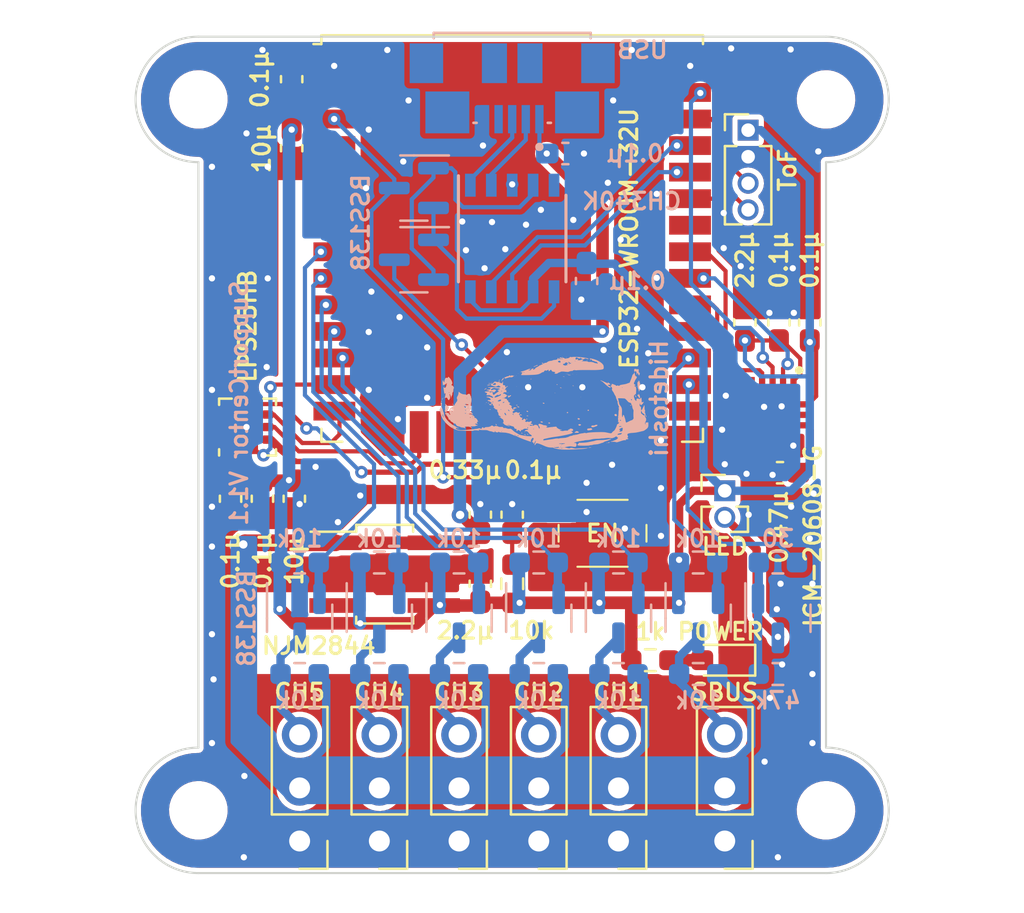
<source format=kicad_pcb>
(kicad_pcb (version 20211014) (generator pcbnew)
  (layers (0 "F.Cu" signal) (31 "B.Cu" signal) (34 "B.Paste" user) (35 "F.Paste" user) (36 "B.SilkS" user "B.Silkscreen") (37 "F.SilkS" user "F.Silkscreen") (38 "B.Mask" user) (39 "F.Mask" user) (44 "Edge.Cuts" user))
  (net 0 "")
  (net 1 "+3V3")
  (net 2 "GND")
  (net 3 "+5V")
  (net 4 "Net-(C11-Pad1)")
  (net 5 "Net-(J1-Pad3)")
  (net 6 "Net-(J1-Pad2)")
  (net 7 "Net-(D1-Pad2)")
  (net 8 "CLK_IMU")
  (net 9 "MOSI_IMU")
  (net 10 "MISO_IMU")
  (net 13 "ESP_RX")
  (net 14 "ESP_TX")
  (net 15 "Net-(J3-Pad3)")
  (net 16 "Net-(J4-Pad2)")
  (net 17 "Net-(J5-Pad3)")
  (net 18 "Net-(J6-Pad3)")
  (net 19 "Net-(J8-Pad3)")
  (net 20 "CH1")
  (net 21 "CH2")
  (net 22 "CH3")
  (net 23 "CH4")
  (net 24 "CH5")
  (net 25 "RX_SBUS")
  (net 26 "CLK_ALT")
  (net 27 "MOSI_ALT")
  (net 28 "MISO_ALT")
  (net 29 "CS_ALT")
  (net 30 "EN")
  (net 32 "Net-(J2-Pad3)")
  (net 33 "SCL_ToF")
  (net 34 "BOOT")
  (net 38 "CS_IMU")
  (net 39 "SDA_ToF")
  (net 42 "Net-(J7-Pad3)")
  (net 53 "Net-(Q6-Pad1)")
  (net 54 "Net-(R9-Pad1)")
  (net 55 "Net-(Q1-Pad2)")
  (net 56 "Net-(Q1-Pad1)")
  (footprint "Connector_PinHeader_2.54mm:PinHeader_1x03_P2.54mm_Vertical" (layer "F.Cu") (at 1.27 38.466 180)
    (fp_text reference "J3")
    (fp_text value "CH2")
  )
  (footprint "Connector_PinHeader_1.27mm:PinHeader_1x02_P1.27mm_Vertical" (layer "F.Cu") (at 10.16 21.717)
    (fp_text reference "J4")
    (fp_text value "LED")
  )
  (footprint "Connector_PinHeader_2.54mm:PinHeader_1x03_P2.54mm_Vertical" (layer "F.Cu") (at -2.54 38.466 180)
    (fp_text reference "J5")
    (fp_text value "CH3")
  )
  (footprint "Capacitor_SMD:C_0603_1608Metric_Pad1.08x0.95mm_HandSolder" (layer "F.Cu") (at 0 22.86 90)
    (fp_text reference "C4")
    (fp_text value "0.1μ")
  )
  (footprint "Capacitor_SMD:C_0603_1608Metric_Pad1.08x0.95mm_HandSolder" (layer "F.Cu") (at -1.524 26.162 90)
    (fp_text reference "C2")
    (fp_text value "2.2μ")
  )
  (footprint "Package_LGA:ST_HLGA-10_2.5x2.5mm_P0.6mm_LayoutBorder3x2y" (layer "F.Cu") (at -12.6492 18.669 90)
    (fp_text reference "U3")
    (fp_text value "LPS25HB")
  )
  (footprint "Capacitor_SMD:C_0603_1608Metric_Pad1.08x0.95mm_HandSolder" (layer "F.Cu") (at 14.224 13.6652 90)
    (fp_text reference "C13")
    (fp_text value "0.1μ")
  )
  (footprint "MountingHole:MountingHole_2.2mm_M2" (layer "F.Cu") (at -15 37)
    (fp_text reference "REF**" hide)
    (fp_text value "MountingHole_2.2mm_M2")
  )
  (footprint "MountingHole:MountingHole_2.2mm_M2" (layer "F.Cu") (at -15 3)
    (fp_text reference "REF**" hide)
    (fp_text value "MountingHole_2.2mm_M2")
  )
  (footprint "SamacSys:SKRPABE010" (layer "F.Cu") (at 4.318 23.749)
    (fp_text reference "SW1")
    (fp_text value "EN")
  )
  (footprint "MountingHole:MountingHole_2.2mm_M2" (layer "F.Cu") (at 15 3)
    (fp_text reference "REF**" hide)
    (fp_text value "MountingHole_2.2mm_M2")
  )
  (footprint "Capacitor_SMD:C_0603_1608Metric_Pad1.08x0.95mm_HandSolder" (layer "F.Cu") (at -10.414 22.098 90)
    (fp_text reference "C7")
    (fp_text value "10μ")
  )
  (footprint "Capacitor_SMD:C_0603_1608Metric_Pad1.08x0.95mm_HandSolder" (layer "F.Cu") (at -10.541 2.032 90)
    (fp_text reference "C9")
    (fp_text value "0.1μ")
  )
  (footprint "Connector_PinHeader_1.27mm:PinHeader_1x04_P1.27mm_Vertical" (layer "F.Cu") (at 11.2776 4.4704)
    (fp_text reference "J9")
    (fp_text value "ToF")
  )
  (footprint "Package_TO_SOT_SMD:SOT-89-5_Handsoldering" (layer "F.Cu") (at -6.096 25.7048)
    (fp_text reference "U1")
    (fp_text value "NJM2844")
  )
  (footprint "Connector_PinHeader_2.54mm:PinHeader_1x03_P2.54mm_Vertical" (layer "F.Cu") (at 5.08 38.466 180)
    (fp_text reference "J2")
    (fp_text value "CH1")
  )
  (footprint "Capacitor_SMD:C_0603_1608Metric_Pad1.08x0.95mm_HandSolder" (layer "F.Cu") (at 12.8016 20.8534 180)
    (fp_text reference "C11")
    (fp_text value "0.47μ")
  )
  (footprint "Resistor_SMD:R_0603_1608Metric_Pad0.98x0.95mm_HandSolder" (layer "F.Cu") (at 6.604 29.8196 180)
    (fp_text reference "R2")
    (fp_text value "1k")
  )
  (footprint "MountingHole:MountingHole_2.2mm_M2" (layer "F.Cu") (at 15 37)
    (fp_text reference "REF**" hide)
    (fp_text value "MountingHole_2.2mm_M2")
  )
  (footprint "Connector_PinHeader_2.54mm:PinHeader_1x03_P2.54mm_Vertical" (layer "F.Cu") (at 10.16 38.466 180)
    (fp_text reference "J8")
    (fp_text value "SBUS")
  )
  (footprint "Capacitor_SMD:C_0603_1608Metric_Pad1.08x0.95mm_HandSolder" (layer "F.Cu") (at -10.541 5.334 -90)
    (fp_text reference "C10")
    (fp_text value "10μ")
  )
  (footprint "Connector_PinHeader_2.54mm:PinHeader_1x03_P2.54mm_Vertical" (layer "F.Cu") (at -6.35 38.466 180)
    (fp_text reference "J6")
    (fp_text value "CH4")
  )
  (footprint "Capacitor_SMD:C_0603_1608Metric_Pad1.08x0.95mm_HandSolder" (layer "F.Cu") (at -1.524 22.86 90)
    (fp_text reference "C3")
    (fp_text value "0.33μ")
  )
  (footprint "Connector_PinHeader_2.54mm:PinHeader_1x03_P2.54mm_Vertical" (layer "F.Cu") (at -10.16 38.466 180)
    (fp_text reference "J7")
    (fp_text value "CH5")
  )
  (footprint "Resistor_SMD:R_0603_1608Metric_Pad0.98x0.95mm_HandSolder" (layer "F.Cu") (at 0 26.162 -90)
    (fp_text reference "R1")
    (fp_text value "10k")
  )
  (footprint "RF_Module:ESP32-WROOM-32U" (layer "F.Cu") (at 0 9.652)
    (fp_text reference "U4")
    (fp_text value "ESP32-WROOM-32U")
  )
  (footprint "Capacitor_SMD:C_0603_1608Metric_Pad1.08x0.95mm_HandSolder" (layer "F.Cu") (at -11.938 22.098 90)
    (fp_text reference "C8")
    (fp_text value "0.1μ")
  )
  (footprint "Capacitor_SMD:C_0603_1608Metric_Pad1.08x0.95mm_HandSolder" (layer "F.Cu") (at -13.462 22.098 90)
    (fp_text reference "C6")
    (fp_text value "0.1μ")
  )
  (footprint "LibraryLoader:IAM20680HP" (layer "F.Cu") (at 12.446 18.0848 -90)
    (fp_text reference "IC1")
    (fp_text value "ICM-20608-G")
  )
  (footprint "LED_SMD:LED_0603_1608Metric_Pad1.05x0.95mm_HandSolder" (layer "F.Cu") (at 9.9568 29.8196 180)
    (fp_text reference "D1")
    (fp_text value "POWER")
  )
  (footprint "Capacitor_SMD:C_0603_1608Metric_Pad1.08x0.95mm_HandSolder" (layer "F.Cu") (at 11.1252 13.6652 90)
    (fp_text reference "C12")
    (fp_text value "2.2μ")
  )
  (footprint "Capacitor_SMD:C_0603_1608Metric_Pad1.08x0.95mm_HandSolder" (layer "F.Cu") (at 12.7508 13.6652 90)
    (fp_text reference "C14" hide)
    (fp_text value "0.1μ")
  )
  (footprint "Resistor_SMD:R_0603_1608Metric_Pad0.98x0.95mm_HandSolder" (layer "B.Cu") (at -10.16 30.48 180)
    (fp_text reference "R14")
    (fp_text value "10k")
  )
  (footprint "Package_TO_SOT_SMD:SOT-23" (layer "B.Cu") (at 8.89 27.813 -90)
    (fp_text reference "Q9")
    (fp_text value "BSS138" hide)
  )
  (footprint "Resistor_SMD:R_0603_1608Metric_Pad0.98x0.95mm_HandSolder" (layer "B.Cu") (at 1.27 30.48 180)
    (fp_text reference "R6")
    (fp_text value "10k")
  )
  (footprint "Resistor_SMD:R_0603_1608Metric_Pad0.98x0.95mm_HandSolder" (layer "B.Cu") (at 8.89 25.146)
    (fp_text reference "R15")
    (fp_text value "10k")
  )
  (footprint "Capacitor_SMD:C_0603_1608Metric_Pad1.08x0.95mm_HandSolder" (layer "B.Cu") (at 2.54 5.588 180)
    (fp_text reference "C5")
    (fp_text value "0.1μ")
  )
  (footprint "Resistor_SMD:R_0603_1608Metric_Pad0.98x0.95mm_HandSolder" (layer "B.Cu") (at -2.54 25.146)
    (fp_text reference "R7")
    (fp_text value "10k")
  )
  (footprint "Resistor_SMD:R_0603_1608Metric_Pad0.98x0.95mm_HandSolder" (layer "B.Cu") (at 12.7 25.146 180)
    (fp_text reference "R9")
    (fp_text value "30")
  )
  (footprint "Resistor_SMD:R_0603_1608Metric_Pad0.98x0.95mm_HandSolder" (layer "B.Cu") (at 1.27 25.146)
    (fp_text reference "R5")
    (fp_text value "10k")
  )
  (footprint "Package_TO_SOT_SMD:SOT-23" (layer "B.Cu") (at -2.54 27.813 -90)
    (fp_text reference "Q5")
    (fp_text value "BSS138" hide)
  )
  (footprint "Package_TO_SOT_SMD:SOT-23" (layer "B.Cu") (at -4.699 10.668 180)
    (fp_text reference "Q2")
    (fp_text value "BSS138" hide)
  )
  (footprint "Package_TO_SOT_SMD:SOT-23" (layer "B.Cu") (at -6.35 27.813 -90)
    (fp_text reference "Q7")
    (fp_text value "BSS138" hide)
  )
  (footprint "Resistor_SMD:R_0603_1608Metric_Pad0.98x0.95mm_HandSolder" (layer "B.Cu") (at 8.89 30.48 180)
    (fp_text reference "R16")
    (fp_text value "10k")
  )
  (footprint "Resistor_SMD:R_0603_1608Metric_Pad0.98x0.95mm_HandSolder" (layer "B.Cu") (at -2.54 30.48 180)
    (fp_text reference "R8")
    (fp_text value "10k")
  )
  (footprint "Package_TO_SOT_SMD:SOT-23" (layer "B.Cu") (at -10.16 27.813 -90)
    (fp_text reference "Q8")
    (fp_text value "BSS138")
  )
  (footprint "Resistor_SMD:R_0603_1608Metric_Pad0.98x0.95mm_HandSolder" (layer "B.Cu") (at 5.08 25.146)
    (fp_text reference "R3")
    (fp_text value "10k")
  )
  (footprint "Package_TO_SOT_SMD:SOT-23" (layer "B.Cu") (at 1.27 27.813 -90)
    (fp_text reference "Q4")
    (fp_text value "BSS138" hide)
  )
  (footprint "Package_TO_SOT_SMD:SOT-23" (layer "B.Cu") (at -4.699 7.239 180)
    (fp_text reference "Q1")
    (fp_text value "BSS138")
  )
  (footprint "My:penpen" (layer "B.Cu") (at 0.823852 17.272 -90)
    (fp_text reference "G***" hide)
    (fp_text value "LOGO" hide)
  )
  (footprint "Package_TO_SOT_SMD:SOT-23" (layer "B.Cu") (at 12.7 27.813 -90)
    (fp_text reference "Q6")
    (fp_text value "BSS138" hide)
  )
  (footprint "ZX62R-B-5P_30_:HRS_ZX62R-B-5P(30)" (layer "B.Cu") (at 0 1.27)
    (fp_text reference "J1")
    (fp_text value "USB")
  )
  (footprint "Package_SO:SSOP-10_3.9x4.9mm_P1.00mm" (layer "B.Cu") (at 0 9.652 -90)
    (fp_text reference "U2")
    (fp_text value "CH340K")
  )
  (footprint "Resistor_SMD:R_0603_1608Metric_Pad0.98x0.95mm_HandSolder" (layer "B.Cu") (at 12.7 30.48)
    (fp_text reference "R10")
    (fp_text value "47k")
  )
  (footprint "Resistor_SMD:R_0603_1608Metric_Pad0.98x0.95mm_HandSolder" (layer "B.Cu") (at 5.08 30.48 180)
    (fp_text reference "R4")
    (fp_text value "10k")
  )
  (footprint "Package_TO_SOT_SMD:SOT-23" (layer "B.Cu") (at 5.08 27.813 -90)
    (fp_text reference "Q3")
    (fp_text value "BSS138" hide)
  )
  (footprint "Resistor_SMD:R_0603_1608Metric_Pad0.98x0.95mm_HandSolder" (layer "B.Cu") (at -6.35 25.146)
    (fp_text reference "R11")
    (fp_text value "10k")
  )
  (footprint "Resistor_SMD:R_0603_1608Metric_Pad0.98x0.95mm_HandSolder" (layer "B.Cu") (at -10.16 25.146)
    (fp_text reference "R13")
    (fp_text value "10k")
  )
  (footprint "Resistor_SMD:R_0603_1608Metric_Pad0.98x0.95mm_HandSolder" (layer "B.Cu") (at -6.35 30.48 180)
    (fp_text reference "R12")
    (fp_text value "10k")
  )
  (footprint "Capacitor_SMD:C_0603_1608Metric_Pad1.08x0.95mm_HandSolder" (layer "B.Cu") (at 3.556 11.684 90)
    (fp_text reference "C1")
    (fp_text value "0.1μ")
  )
  (gr_line locked (start -15 6) (end -15 34) (layer "Edge.Cuts") (width 0.1))
  (gr_arc locked (start -15 6) (mid -18 3) (end -15 0) (layer "Edge.Cuts") (width 0.1))
  (gr_line locked (start 15 0) (end -15 0) (layer "Edge.Cuts") (width 0.1))
  (gr_line locked (start 15 34) (end 15 6) (layer "Edge.Cuts") (width 0.1))
  (gr_line locked (start -15 40) (end 15 40) (layer "Edge.Cuts") (width 0.1))
  (gr_arc locked (start 15 0) (mid 18 3) (end 15 6) (layer "Edge.Cuts") (width 0.1))
  (gr_arc locked (start 15 34) (mid 18 37) (end 15 40) (layer "Edge.Cuts") (width 0.1))
  (gr_arc locked (start -15 40) (mid -18 37) (end -15 34) (layer "Edge.Cuts") (width 0.1))
  (gr_text "SupportCentor V1.1" (at -13.0556 17.527801 90) (layer "B.SilkS") (effects (font (size 0.8 0.8)) (justify mirror)))
  (segment (start 13.766811 15.392411) (end 13.766811 16.132189) (width 0.2) (layer "F.Cu") (net 1))
  (segment (start -10.6945 21.2355) (end -10.668 21.209) (width 0.6) (layer "F.Cu") (net 1))
  (segment (start -13.462 21.2355) (end -11.938 21.2355) (width 0.6) (layer "F.Cu") (net 1))
  (segment (start 12.9021 14.5277) (end 13.766811 15.392411) (width 0.2) (layer "F.Cu") (net 1))
  (segment (start 14.5288 17.1958) (end 14.5288 14.8325) (width 0.2) (layer "F.Cu") (net 1))
  (segment (start 0.3575 27.0745) (end 0 27.0745) (width 0.4) (layer "F.Cu") (net 1))
  (segment (start -8.5 2.667) (end -10.3135 2.667) (width 0.6) (layer "F.Cu") (net 1))
  (segment (start 4.1675 27.0745) (end 7.9775 27.0745) (width 0.6) (layer "F.Cu") (net 1))
  (segment (start -5.727689 28.054311) (end -4.595511 28.054311) (width 0.6) (layer "F.Cu") (net 1))
  (segment (start -1.474 27.0745) (end 0 27.0745) (width 0.6) (layer "F.Cu") (net 1))
  (segment (start 11.1252 14.5277) (end 11.5305 14.5277) (width 0.2) (layer "F.Cu") (net 1))
  (segment (start 4.1675 27.0745) (end 5.6915 27.0745) (width 0.6) (layer "F.Cu") (net 1))
  (segment (start -11.114 27.37) (end -10.429689 28.054311) (width 0.6) (layer "F.Cu") (net 1))
  (segment (start 8.636 21.717) (end 10.16 21.717) (width 0.4) (layer "F.Cu") (net 1))
  (segment (start -3.746 27.2048) (end -1.7043 27.2048) (width 0.6) (layer "F.Cu") (net 1))
  (segment (start 13.843 17.5848) (end 14.1398 17.5848) (width 0.2) (layer "F.Cu") (net 1))
  (segment (start 12.7508 14.5277) (end 12.9021 14.5277) (width 0.2) (layer "F.Cu") (net 1))
  (segment (start 14.5288 14.8325) (end 14.224 14.5277) (width 0.2) (layer "F.Cu") (net 1))
  (segment (start -1.7043 27.2048) (end -1.524 27.0245) (width 0.6) (layer "F.Cu") (net 1))
  (segment (start 14.1398 17.5848) (end 14.5288 17.1958) (width 0.2) (layer "F.Cu") (net 1))
  (segment (start 13.766811 16.132189) (end 13.446 16.453) (width 0.2) (layer "F.Cu") (net 1))
  (segment (start 0.3575 27.0745) (end 4.1675 27.0745) (width 0.6) (layer "F.Cu") (net 1))
  (segment (start 11.5305 14.5277) (end 12.7508 14.5277) (width 0.2) (layer "F.Cu") (net 1))
  (segment (start -10.541 4.4715) (end -10.541 2.8945) (width 0.6) (layer "F.Cu") (net 1))
  (segment (start 7.9775 22.3755) (end 8.636 21.717) (width 0.4) (layer "F.Cu") (net 1))
  (segment (start -13.6144 21.0831) (end -13.462 21.2355) (width 0.2) (layer "F.Cu") (net 1))
  (segment (start -11.938 21.2355) (end -10.6945 21.2355) (width 0.6) (layer "F.Cu") (net 1))
  (segment (start -10.429689 28.054311) (end -5.727689 28.054311) (width 0.6) (layer "F.Cu") (net 1))
  (segment (start 5.6915 27.0745) (end 5.6915 29.8196) (width 0.6) (layer "F.Cu") (net 1))
  (segment (start -4.595511 28.054311) (end -3.746 27.2048) (width 0.6) (layer "F.Cu") (net 1))
  (segment (start -10.3135 2.667) (end -10.541 2.8945) (width 0.6) (layer "F.Cu") (net 1))
  (segment (start 7.9775 25.019) (end 7.9775 22.3755) (width 0.4) (layer "F.Cu") (net 1))
  (via (at -7.2644 28.054302) (size 0.6) (drill 0.3) (layers "F.Cu" "B.Cu") (net 1))
  (via (at 7.9775 25.019) (size 0.6) (drill 0.3) (layers "F.Cu" "B.Cu") (net 1))
  (via (at 11.1252 14.5288) (size 0.6) (drill 0.3) (layers "F.Cu" "B.Cu") (net 1))
  (via (at -10.541 4.445) (size 0.6) (drill 0.3) (layers "F.Cu" "B.Cu") (net 1))
  (via (at -3.4544 27.178) (size 0.6) (drill 0.3) (layers "F.Cu" "B.Cu") (net 1))
  (via (at 7.9775 27.0745) (size 0.6) (drill 0.3) (layers "F.Cu" "B.Cu") (net 1))
  (via (at 14.224 14.605) (size 0.6) (drill 0.3) (layers "F.Cu" "B.Cu") (net 1))
  (via (at 4.1675 27.0745) (size 0.6) (drill 0.3) (layers "F.Cu" "B.Cu") (net 1))
  (via (at -11.114 27.37) (size 0.6) (drill 0.3) (layers "F.Cu" "B.Cu") (net 1))
  (via (at -10.668 21.209) (size 0.6) (drill 0.3) (layers "F.Cu" "B.Cu") (net 1))
  (via (at 0.3575 27.0745) (size 0.6) (drill 0.3) (layers "F.Cu" "B.Cu") (net 1))
  (segment (start 3.591989 10.857489) (end 3.556 10.8215) (width 0.4) (layer "B.Cu") (net 1))
  (segment (start 11.8872 4.4704) (end 11.2776 4.4704) (width 0.4) (layer "B.Cu") (net 1))
  (segment (start 14.224 14.605) (end 14.224 6.8072) (width 0.4) (layer "B.Cu") (net 1))
  (segment (start -11.049 25.1225) (end -11.0725 25.146) (width 0.6) (layer "B.Cu") (net 1))
  (segment (start 4.13 26.8755) (end 4.13 25.1835) (width 0.6) (layer "B.Cu") (net 1))
  (segment (start 1.7515 10.8215) (end 3.556 10.8215) (width 0.4) (layer "B.Cu") (net 1))
  (segment (start 0.32 26.8755) (end 0.32 25.1835) (width 0.6) (layer "B.Cu") (net 1))
  (segment (start 7.94 25.1835) (end 7.9775 25.146) (width 0.6) (layer "B.Cu") (net 1))
  (segment (start 0.32 25.1835) (end 0.3575 25.146) (width 0.6) (layer "B.Cu") (net 1))
  (segment (start -3.49 26.8755) (end -3.49 25.1835) (width 0.6) (layer "B.Cu") (net 1))
  (segment (start -7.3 26.8755) (end -7.3 28.018702) (width 0.6) (layer "B.Cu") (net 1))
  (segment (start 1 11.573) (end 1.7515 10.8215) (width 0.4) (layer "B.Cu") (net 1))
  (segment (start 4.888489 10.857489) (end 3.591989 10.857489) (width 0.4) (layer "B.Cu") (net 1))
  (segment (start 11.877111 16.245911) (end 14.224 16.245911) (width 0.2) (layer "B.Cu") (net 1))
  (segment (start 14.224 14.605) (end 14.224 20.828) (width 0.4) (layer "B.Cu") (net 1))
  (segment (start 14.224 6.8072) (end 11.8872 4.4704) (width 0.4) (layer "B.Cu") (net 1))
  (segment (start 1 12.497) (end 0.416 13.081) (width 0.2) (layer "B.Cu") (net 1))
  (segment (start 0.416 13.081) (end -1.524 13.081) (width 0.2) (layer "B.Cu") (net 1))
  (segment (start -7.3 26.8755) (end -7.3 25.1835) (width 0.6) (layer "B.Cu") (net 1))
  (segment (start -10.668 21.209) (end -10.668 4.572) (width 0.6) (layer "B.Cu") (net 1))
  (segment (start 7.94 26.8755) (end 7.94 25.1835) (width 0.6) (layer "B.Cu") (net 1))
  (segment (start 13.335 21.717) (end 10.16 21.717) (width 0.4) (layer "B.Cu") (net 1))
  (segment (start 14.224 20.828) (end 13.335 21.717) (width 0.4) (layer "B.Cu") (net 1))
  (segment (start 9.144 20.701) (end 9.144 15.113) (width 0.4) (layer "B.Cu") (net 1))
  (segment (start -10.668 21.209) (end -11.049 21.59) (width 0.6) (layer "B.Cu") (net 1))
  (segment (start -3.49 25.1835) (end -3.4525 25.146) (width 0.6) (layer "B.Cu") (net 1))
  (segment (start -11.11 25.1835) (end -11.0725 25.146) (width 0.6) (layer "B.Cu") (net 1))
  (segment (start 11.1252 15.494) (end 11.877111 16.245911) (width 0.2) (layer "B.Cu") (net 1))
  (segment (start 10.16 21.717) (end 9.144 20.701) (width 0.4) (layer "B.Cu") (net 1))
  (segment (start 11.1252 14.5288) (end 11.1252 15.494) (width 0.2) (layer "B.Cu") (net 1))
  (segment (start 4.13 25.1835) (end 4.1675 25.146) (width 0.6) (layer "B.Cu") (net 1))
  (segment (start -7.3 25.1835) (end -7.2625 25.146) (width 0.6) (layer "B.Cu") (net 1))
  (segment (start -10.668 4.572) (end -10.541 4.445) (width 0.6) (layer "B.Cu") (net 1))
  (segment (start -11.11 26.8755) (end -11.11 25.1835) (width 0.6) (layer "B.Cu") (net 1))
  (segment (start -11.049 21.59) (end -11.049 25.1225) (width 0.6) (layer "B.Cu") (net 1))
  (segment (start 14.224 16.245911) (end 14.224 14.605) (width 0.2) (layer "B.Cu") (net 1))
  (segment (start 9.144 15.113) (end 4.888489 10.857489) (width 0.4) (layer "B.Cu") (net 1))
  (segment (start 1 12.202) (end 1 12.497) (width 0.2) (layer "B.Cu") (net 1))
  (segment (start -7.3 28.018702) (end -7.2644 28.054302) (width 0.6) (layer "B.Cu") (net 1))
  (segment (start 1 12.202) (end 1 11.573) (width 0.4) (layer "B.Cu") (net 1))
  (segment (start -2 12.605) (end -2 12.202) (width 0.2) (layer "B.Cu") (net 1))
  (segment (start -1.524 13.081) (end -2 12.605) (width 0.2) (layer "B.Cu") (net 1))
  (segment (start 13.843 18.0848) (end 12.212022 18.0848) (width 0.2) (layer "F.Cu") (net 2))
  (segment (start 11.712022 18.5848) (end 11.049 18.5848) (width 0.2) (layer "F.Cu") (net 2))
  (segment (start 12.212022 18.0848) (end 11.712022 18.5848) (width 0.2) (layer "F.Cu") (net 2))
  (via (at 12.2936 13.208) (size 0.6) (drill 0.3) (layers "F.Cu" "B.Cu") (net 2))
  (via (at 0 7.0612) (size 0.6) (drill 0.3) (layers "F.Cu" "B.Cu") (net 2))
  (via (at -0.254 15.0876) (size 0.6) (drill 0.3) (layers "F.Cu" "B.Cu") (net 2))
  (via (at -12.7 18.669) (size 0.6) (drill 0.3) (layers "F.Cu" "B.Cu") (net 2))
  (via (at 7.112 21.59) (size 0.6) (drill 0.3) (layers "F.Cu" "B.Cu") (net 2))
  (via (at -14.351 11.557) (size 0.6) (drill 0.3) (layers "F.Cu" "B.Cu") (net 2))
  (via (at 12.8778 17.6784) (size 0.6) (drill 0.3) (layers "F.Cu" "B.Cu") (net 2))
  (via (at 12.7 39.243) (size 0.6) (drill 0.3) (layers "F.Cu" "B.Cu") (net 2))
  (via (at -14.351 33.782) (size 0.6) (drill 0.3) (layers "F.Cu" "B.Cu") (net 2))
  (via (at -0.9652 8.8646) (size 0.6) (drill 0.3) (layers "F.Cu" "B.Cu") (net 2))
  (via (at 3.556 21.336) (size 0.6) (drill 0.3) (layers "F.Cu" "B.Cu") (net 2))
  (via (at 14.224 24.003) (size 0.6) (drill 0.3) (layers "F.Cu" "B.Cu") (net 2))
  (via (at -12.7 4.6228) (size 0.6) (drill 0.3) (layers "F.Cu" "B.Cu") (net 2))
  (via (at 13.335 22.479) (size 0.6) (drill 0.3) (layers "F.Cu" "B.Cu") (net 2))
  (via (at 6.9088 11.5316) (size 0.6) (drill 0.3) (layers "F.Cu" "B.Cu") (net 2))
  (via (at 6.223 16.764) (size 0.6) (drill 0.3) (layers "F.Cu" "B.Cu") (net 2))
  (via (at 13.462 13.208) (size 0.6) (drill 0.3) (layers "F.Cu" "B.Cu") (net 2))
  (via (at 14.351 26.162) (size 0.6) (drill 0.3) (layers "F.Cu" "B.Cu") (net 2))
  (via (at -8.3312 23.2156) (size 0.6) (drill 0.3) (layers "F.Cu" "B.Cu") (net 2))
  (via (at -4.064 17.272) (size 0.6) (drill 0.3) (layers "F.Cu" "B.Cu") (net 2))
  (via (at -4.953 3.048) (size 0.6) (drill 0.3) (layers "F.Cu" "B.Cu") (net 2))
  (via (at -12.827 39.243) (size 0.6) (drill 0.3) (layers "F.Cu" "B.Cu") (net 2))
  (via (at 1.3716 8.2804) (size 0.6) (drill 0.3) (layers "F.Cu" "B.Cu") (net 2))
  (via (at -6.858 16.891) (size 0.6) (drill 0.3) (layers "F.Cu" "B.Cu") (net 2))
  (via (at -7.2644 21.9456) (size 0.6) (drill 0.3) (layers "F.Cu" "B.Cu") (net 2))
  (via (at 0.762 16.764) (size 0.6) (drill 0.3) (layers "F.Cu" "B.Cu") (net 2))
  (via (at 10.1092 10.1092) (size 0.6) (drill 0.3) (layers "F.Cu" "B.Cu") (net 2))
  (via (at -11.684 6.223) (size 0.6) (drill 0.3) (layers "F.Cu" "B.Cu") (net 2))
  (via (at -5.207 5.969) (size 0.6) (drill 0.3) (layers "F.Cu" "B.Cu") (net 2))
  (via (at 10.2108 17.1704) (size 0.6) (drill 0.3) (layers "F.Cu" "B.Cu") (net 2))
  (via (at 12.827 26.162) (size 0.6) (drill 0.3) (layers "F.Cu" "B.Cu") (net 2))
  (via (at 12.6492 27.3812) (size 0.6) (drill 0.3) (layers "F.Cu" "B.Cu") (net 2))
  (via (at 14.351 30.48) (size 0.6) (drill 0.3) (layers "F.Cu" "B.Cu") (net 2))
  (via (at -14.351 6.223) (size 0.6) (drill 0.3) (layers "F.Cu" "B.Cu") (net 2))
  (via (at 14.6304 5.4864) (size 0.6) (drill 0.3) (layers "F.Cu" "B.Cu") (net 2))
  (via (at 3.429 5.588) (size 0.6) (drill 0.3) (layers "F.Cu" "B.Cu") (net 2))
  (via (at 13.4112 11.0744) (size 0.6) (drill 0.3) (layers "F.Cu" "B.Cu") (net 2))
  (via (at 8.509 1.397) (size 0.6) (drill 0.3) (layers "F.Cu" "B.Cu") (net 2))
  (via (at -6.858 14.1224) (size 0.6) (drill 0.3) (layers "F.Cu" "B.Cu") (net 2))
  (via (at -9.398 20.574) (size 0.6) (drill 0.3) (layers "F.Cu" "B.Cu") (net 2))
  (via (at 5.969 13.97) (size 0.6) (drill 0.3) (layers "F.Cu" "B.Cu") (net 2))
  (via (at 3.3528 16.764) (size 0.6) (drill 0.3) (layers "F.Cu" "B.Cu") (net 2))
  (via (at 6.9088 7.5184) (size 0.6) (drill 0.3) (layers "F.Cu" "B.Cu") (net 2))
  (via (at -1.397 5.207) (size 0.6) (drill 0.3) (layers "F.Cu" "B.Cu") (net 2))
  (via (at 7.112 23.876) (size 0.6) (drill 0.3) (layers "F.Cu" "B.Cu") (net 2))
  (via (at -5.969 0.635) (size 0.6) (drill 0.3) (layers "F.Cu" "B.Cu") (net 2))
  (via (at 2.921 8.763) (size 0.6) (drill 0.3) (layers "F.Cu" "B.Cu") (net 2))
  (via (at -14.351 16.891) (size 0.6) (drill 0.3) (layers "F.Cu" "B.Cu") (net 2))
  (via (at 6.5024 15.1384) (size 0.6) (drill 0.3) (layers "F.Cu" "B.Cu") (net 2))
  (via (at 0 22.352) (size 0.6) (drill 0.3) (layers "F.Cu" "B.Cu") (net 2))
  (via (at 10.1092 8.4328) (size 0.6) (drill 0.3) (layers "F.Cu" "B.Cu") (net 2))
  (via (at -11.684 11.557) (size 0.6) (drill 0.3) (layers "F.Cu" "B.Cu") (net 2))
  (via (at 7.112 19.304) (size 0.6) (drill 0.3) (layers "F.Cu" "B.Cu") (net 2))
  (via (at 12.319 31.623) (size 0.6) (drill 0.3) (layers "F.Cu" "B.Cu") (net 2))
  (via (at -14.351 22.479) (size 0.6) (drill 0.3) (layers "F.Cu" "B.Cu") (net 2))
  (via (at 11.303 22.86) (size 0.6) (drill 0.3) (layers "F.Cu" "B.Cu") (net 2))
  (via (at 14.351 33.782) (size 0.6) (drill 0.3) (layers "F.Cu" "B.Cu") (net 2))
  (via (at -1.524 22.352) (size 0.6) (drill 0.3) (layers "F.Cu" "B.Cu") (net 2))
  (via (at 5.3848 23.5204) (size 0.6) (drill 0.3) (layers "F.Cu" "B.Cu") (net 2))
  (via (at 4.826 3.048) (size 0.6) (drill 0.3) (layers "F.Cu" "B.Cu") (net 2))
  (via (at -2.3876 8.8392) (size 0.6) (drill 0.3) (layers "F.Cu" "B.Cu") (net 2))
  (via (at 10.16 20.447) (size 0.6) (drill 0.3) (layers "F.Cu" "B.Cu") (net 2))
  (via (at -14.2748 30.734) (size 0.6) (drill 0.3) (layers "F.Cu" "B.Cu") (net 2))
  (via (at 0.6604 8.9916) (size 0.6) (drill 0.3) (layers "F.Cu" "B.Cu") (net 2))
  (via (at 4.3688 14.986) (size 0.6) (drill 0.3) (layers "F.Cu" "B.Cu") (net 2))
  (via (at 5.1816 9.7028) (size 0.6) (drill 0.3) (layers "F.Cu" "B.Cu") (net 2))
  (via (at -5.461 18.288) (size 0.6) (drill 0.3) (layers "F.Cu" "B.Cu") (net 2))
  (via (at 12.065 34.671) (size 0.6) (drill 0.3) (layers "F.Cu" "B.Cu") (net 2))
  (via (at -2.2098 10.2108) (size 0.6) (drill 0.3) (layers "F.Cu" "B.Cu") (net 2))
  (via (at 3.302 12.573) (size 0.6) (drill 0.3) (layers "F.Cu" "B.Cu") (net 2))
  (via (at -8.509 1.397) (size 0.6) (drill 0.3) (layers "F.Cu" "B.Cu") (net 2))
  (via (at 13.4366 19.558) (size 0.6) (drill 0.3) (layers "F.Cu" "B.Cu") (net 2))
  (via (at 4.7752 20.4724) (size 0.6) (drill 0.3) (layers "F.Cu" "B.Cu") (net 2))
  (via (at 12.9032 30.0228) (size 0.6) (drill 0.3) (layers "F.Cu" "B.Cu") (net 2))
  (via (at -11.938 0.635) (size 0.6) (drill 0.3) (layers "F.Cu" "B.Cu") (net 2))
  (via (at 10.4648 0.5588) (size 0.6) (drill 0.3) (layers "F.Cu" "B.Cu") (net 2))
  (via (at 12.446 20.955) (size 0.6) (drill 0.3) (layers "F.Cu" "B.Cu") (net 2))
  (via (at 5.715 0.635) (size 0.6) (drill 0.3) (layers "F.Cu" "B.Cu") (net 2))
  (via (at 12.0396 17.7038) (size 0.6) (drill 0.3) (layers "F.Cu" "B.Cu") (net 2))
  (via (at -12.8016 35.3568) (size 0.6) (drill 0.3) (layers "F.Cu" "B.Cu") (net 2))
  (via (at -14.351 24.384) (size 0.6) (drill 0.3) (layers "F.Cu" "B.Cu") (net 2))
  (via (at 10.922 10.9728) (size 0.6) (drill 0.3) (layers "F.Cu" "B.Cu") (net 2))
  (via (at -14.351 28.575) (size 0.6) (drill 0.3) (layers "F.Cu" "B.Cu") (net 2))
  (via (at -4.064 14.859) (size 0.6) (drill 0.3) (layers "F.Cu" "B.Cu") (net 2))
  (via (at -6.985 7.239) (size 0.6) (drill 0.3) (layers "F.Cu" "B.Cu") (net 2))
  (via (at -5.3848 13.4112) (size 0.6) (drill 0.3) (layers "F.Cu" "B.Cu") (net 2))
  (via (at -0.3302 10.16) (size 0.6) (drill 0.3) (layers "F.Cu" "B.Cu") (net 2))
  (via (at 11.2014 20.9042) (size 0.6) (drill 0.3) (layers "F.Cu" "B.Cu") (net 2))
  (via (at 3.556 22.733) (size 0.6) (drill 0.3) (layers "F.Cu" "B.Cu") (net 2))
  (via (at 4.572 6.985) (size 0.6) (drill 0.3) (layers "F.Cu" "B.Cu") (net 2))
  (via (at -6.731 12.192) (size 0.6) (drill 0.3) (layers "F.Cu" "B.Cu") (net 2))
  (via (at 14.4018 21.844) (size 0.6) (drill 0.3) (layers "F.Cu" "B.Cu") (net 2))
  (via (at -1.3208 11.0744) (size 0.6) (drill 0.3) (layers "F.Cu" "B.Cu") (net 2))
  (via (at 13.3096 0.6096) (size 0.6) (drill 0.3) (layers "F.Cu" "B.Cu") (net 2))
  (via (at -10.16 22.352) (size 0.6) (drill 0.3) (layers "F.Cu" "B.Cu") (net 2))
  (via (at -6.858 4.445) (size 0.6) (drill 0.3) (layers "F.Cu" "B.Cu") (net 2))
  (via (at 10.033 18.796) (size 0.6) (drill 0.3) (layers "F.Cu" "B.Cu") (net 2))
  (via (at -11.7348 15.7988) (size 0.6) (drill 0.3) (layers "F.Cu" "B.Cu") (net 2))
  (segment (start -1.397 5.207) (end -1.3 5.11) (width 0.2) (layer "B.Cu") (net 2))
  (segment (start -1.3 5.11) (end -1.3 3.945) (width 0.2) (layer "B.Cu") (net 2))
  (segment (start -12.7748 24.2048) (end -8.446 24.2048) (width 0.8) (layer "F.Cu") (net 3))
  (segment (start -2.40006 22.87294) (end -1.5505 23.7225) (width 0.6) (layer "F.Cu") (net 3))
  (segment (start -1.524 23.7225) (end -2.0063 24.2048) (width 0.6) (layer "F.Cu") (net 3))
  (segment (start -1.5505 23.7225) (end -1.524 23.7225) (width 0.6) (layer "F.Cu") (net 3))
  (segment (start 4.318 14.097) (end 4.318 8.255) (width 0.6) (layer "F.Cu") (net 3))
  (segment (start 4.318 8.255) (end 1.651 5.588) (width 0.6) (layer "F.Cu") (net 3))
  (segment (start -8.446 24.2048) (end -3.746 24.2048) (width 0.6) (layer "F.Cu") (net 3))
  (segment (start -12.8524 24.2824) (end -12.7748 24.2048) (width 0.8) (layer "F.Cu") (net 3))
  (segment (start -2.0063 24.2048) (end -3.746 24.2048) (width 0.6) (layer "F.Cu") (net 3))
  (segment (start -2.4892 22.87294) (end -2.40006 22.87294) (width 0.6) (layer "F.Cu") (net 3))
  (via (at 1.651 5.588) (size 0.6) (drill 0.3) (layers "F.Cu" "B.Cu") (net 3))
  (via (at -12.8524 24.2824) (size 0.8) (drill 0.4) (layers "F.Cu" "B.Cu") (net 3))
  (via (at 4.318 14.097) (size 0.6) (drill 0.3) (layers "F.Cu" "B.Cu") (net 3))
  (via (at -2.4892 22.87294) (size 0.8) (drill 0.4) (layers "F.Cu" "B.Cu") (net 3))
  (segment (start -5.08 33.909) (end -6.35 35.179) (width 0.4) (layer "B.Cu") (net 3))
  (segment (start -2.502489 22.859651) (end -2.502489 16.091489) (width 0.6) (layer "B.Cu") (net 3))
  (segment (start -1.6275 30.48) (end -1.27 30.8375) (width 0.4) (layer "B.Cu") (net 3))
  (segment (start -2.54 35.179) (end -2.54 35.56) (width 0.4) (layer "B.Cu") (net 3))
  (segment (start 11.43 32.1075) (end 11.43 33.883076) (width 0.4) (layer "B.Cu") (net 3))
  (segment (start -5.4375 30.48) (end -5.08 30.8375) (width 0.4) (layer "B.Cu") (net 3))
  (segment (start 6.35 33.883076) (end 5.08 35.153076) (width 0.4) (layer "B.Cu") (net 3))
  (segment (start 1.27 35.153076) (end 1.27 35.56) (width 0.4) (layer "B.Cu") (net 3))
  (segment (start 2.519511 33.903565) (end 1.27 35.153076) (width 0.4) (layer "B.Cu") (net 3))
  (segment (start -0.508 14.097) (end 4.318 14.097) (width 0.6) (layer "B.Cu") (net 3))
  (segment (start -2.4892 22.87294) (end -2.502489 22.859651) (width 0.6) (layer "B.Cu") (net 3))
  (segment (start 1.3 3.945) (end 1.3 5.2105) (width 0.2) (layer "B.Cu") (net 3))
  (segment (start -5.08 30.8375) (end -5.08 33.909) (width 0.4) (layer "B.Cu") (net 3))
  (segment (start 5.08 35.153076) (end 5.08 35.56) (width 0.4) (layer "B.Cu") (net 3))
  (segment (start -8.89 33.909) (end -10.16 35.179) (width 0.4) (layer "B.Cu") (net 3))
  (segment (start -6.35 35.179) (end -6.35 35.56) (width 0.4) (layer "B.Cu") (net 3))
  (segment (start 2.519511 30.817011) (end 2.519511 33.903565) (width 0.4) (layer "B.Cu") (net 3))
  (segment (start -1.27 30.8375) (end -1.27 33.909) (width 0.4) (layer "B.Cu") (net 3))
  (segment (start 9.8025 30.48) (end 11.43 32.1075) (width 0.4) (layer "B.Cu") (net 3))
  (segment (start 10.16 35.153076) (end 10.16 35.56) (width 0.4) (layer "B.Cu") (net 3))
  (segment (start -2.502489 16.091489) (end -0.508 14.097) (width 0.6) (layer "B.Cu") (net 3))
  (segment (start 6.35 30.8375) (end 6.35 33.883076) (width 0.4) (layer "B.Cu") (net 3))
  (segment (start 1.3 5.2105) (end 1.6775 5.588) (width 0.2) (layer "B.Cu") (net 3))
  (segment (start 5.9925 30.48) (end 6.35 30.8375) (width 0.4) (layer "B.Cu") (net 3))
  (segment (start -9.2475 30.48) (end -8.89 30.8375) (width 0.4) (layer "B.Cu") (net 3))
  (segment (start -8.89 30.8375) (end -8.89 33.909) (width 0.4) (layer "B.Cu") (net 3))
  (segment (start -10.16 35.179) (end -10.16 35.56) (width 0.4) (layer "B.Cu") (net 3))
  (segment (start -1.27 33.909) (end -2.54 35.179) (width 0.4) (layer "B.Cu") (net 3))
  (segment (start 2.1825 30.48) (end 2.519511 30.817011) (width 0.4) (layer "B.Cu") (net 3))
  (segment (start 11.43 33.883076) (end 10.16 35.153076) (width 0.4) (layer "B.Cu") (net 3))
  (segment (start 14.3256 20.1919) (end 13.6641 20.8534) (width 0.2) (layer "F.Cu") (net 4))
  (segment (start 14.3256 18.8326) (end 14.3256 20.1919) (width 0.2) (layer "F.Cu") (net 4))
  (segment (start 14.097 18.604) (end 14.3256 18.8326) (width 0.2) (layer "F.Cu") (net 4))
  (segment (start 0 4.826) (end -2 6.826) (width 0.2) (layer "B.Cu") (net 5))
  (segment (start -2 6.826) (end -2 7.102) (width 0.2) (layer "B.Cu") (net 5))
  (segment (start 0 3.945) (end 0 4.826) (width 0.2) (layer "B.Cu") (net 5))
  (segment (start -1 7.102) (end -1 6.588) (width 0.2) (layer "B.Cu") (net 6))
  (segment (start 0.65 4.938) (end 0.65 3.945) (width 0.2) (layer "B.Cu") (net 6))
  (segment (start -1 6.588) (end 0.65 4.938) (width 0.2) (layer "B.Cu") (net 6))
  (segment (start 7.5165 29.8196) (end 9.0818 29.8196) (width 0.6) (layer "F.Cu") (net 7))
  (segment (start 13.1673 15.6464) (end 12.946 15.8677) (width 0.2) (layer "F.Cu") (net 8))
  (segment (start 12.946 15.8677) (end 12.946 16.453) (width 0.2) (layer "F.Cu") (net 8))
  (via (at 13.1673 15.6464) (size 0.6) (drill 0.3) (layers "F.Cu" "B.Cu") (net 8))
  (via (at 9.144 11.557) (size 0.6) (drill 0.3) (layers "F.Cu" "B.Cu") (net 8))
  (segment (start 9.6774 11.557) (end 9.144 11.557) (width 0.2) (layer "B.Cu") (net 8))
  (segment (start 13.1673 15.0469) (end 9.6774 11.557) (width 0.2) (layer "B.Cu") (net 8))
  (segment (start 13.1673 15.6464) (end 13.1673 15.0469) (width 0.2) (layer "B.Cu") (net 8))
  (segment (start 11.97706 15.339128) (end 12.385932 15.748) (width 0.2) (layer "F.Cu") (net 9))
  (segment (start 12.3952 15.748) (end 12.446 15.7988) (width 0.2) (layer "F.Cu") (net 9))
  (segment (start 12.385932 15.748) (end 12.3952 15.748) (width 0.2) (layer "F.Cu") (net 9))
  (segment (start 12.446 15.7988) (end 12.446 16.453) (width 0.2) (layer "F.Cu") (net 9))
  (via (at 11.97706 15.339128) (size 0.6) (drill 0.3) (layers "F.Cu" "B.Cu") (net 9))
  (via (at 8.9916 2.6924) (size 0.6) (drill 0.3) (layers "F.Cu" "B.Cu") (net 9))
  (segment (start 11.373527 13.929289) (end 10.668451 13.929289) (width 0.2) (layer "B.Cu") (net 9))
  (segment (start 8.544489 3.139511) (end 8.9916 2.6924) (width 0.2) (layer "B.Cu") (net 9))
  (segment (start 11.97706 15.339128) (end 11.97706 14.532822) (width 0.2) (layer "B.Cu") (net 9))
  (segment (start 11.97706 14.532822) (end 11.373527 13.929289) (width 0.2) (layer "B.Cu") (net 9))
  (segment (start 10.668451 13.929289) (end 8.544489 11.805327) (width 0.2) (layer "B.Cu") (net 9))
  (segment (start 8.544489 11.805327) (end 8.544489 3.139511) (width 0.2) (layer "B.Cu") (net 9))
  (segment (start 11.946 16.453) (end 11.946 16.079994) (width 0.2) (layer "F.Cu") (net 10))
  (segment (start 10.199031 15.330061) (end 10.199031 11.207009) (width 0.2) (layer "F.Cu") (net 10))
  (segment (start 11.946 16.079994) (end 11.817206 15.9512) (width 0.2) (layer "F.Cu") (net 10))
  (segment (start 9.279022 10.287) (end 8.5 10.287) (width 0.2) (layer "F.Cu") (net 10))
  (segment (start 10.199031 11.207009) (end 9.279022 10.287) (width 0.2) (layer "F.Cu") (net 10))
  (segment (start 11.817206 15.9512) (end 10.82017 15.9512) (width 0.2) (layer "F.Cu") (net 10))
  (segment (start 10.82017 15.9512) (end 10.199031 15.330061) (width 0.2) (layer "F.Cu") (net 10))
  (via (at 7.874 6.477) (size 0.6) (drill 0.3) (layers "F.Cu" "B.Cu") (net 13))
  (segment (start 0 11.3665) (end 0 12.202) (width 0.2) (layer "B.Cu") (net 13))
  (segment (start 1.38202 9.98448) (end 0 11.3665) (width 0.2) (layer "B.Cu") (net 13))
  (segment (start 6.985 6.477) (end 3.47752 9.98448) (width 0.2) (layer "B.Cu") (net 13))
  (segment (start 3.47752 9.98448) (end 1.38202 9.98448) (width 0.2) (layer "B.Cu") (net 13))
  (segment (start 7.874 6.477) (end 6.985 6.477) (width 0.2) (layer "B.Cu") (net 13))
  (via (at 7.874 5.207) (size 0.6) (drill 0.3) (layers "F.Cu" "B.Cu") (net 14))
  (segment (start 7.689994 5.207) (end 3.312034 9.58496) (width 0.2) (layer "B.Cu") (net 14))
  (segment (start 3.312034 9.58496) (end 1.216533 9.584961) (width 0.2) (layer "B.Cu") (net 14))
  (segment (start 1.216533 9.584961) (end -1 11.801494) (width 0.2) (layer "B.Cu") (net 14))
  (segment (start -1 11.801494) (end -1 12.202) (width 0.2) (layer "B.Cu") (net 14))
  (segment (start 7.874 5.207) (end 7.689994 5.207) (width 0.2) (layer "B.Cu") (net 14))
  (segment (start 0.3575 30.48) (end 0.3575 29.663) (width 0.4) (layer "B.Cu") (net 15))
  (segment (start 0.3575 29.663) (end 1.27 28.7505) (width 0.4) (layer "B.Cu") (net 15))
  (segment (start 0.3575 32.1075) (end 1.27 33.02) (width 0.4) (layer "B.Cu") (net 15))
  (segment (start 0.3575 30.48) (end 0.3575 32.1075) (width 0.4) (layer "B.Cu") (net 15))
  (segment (start 11.684 24.511) (end 11.684 27.686) (width 0.4) (layer "F.Cu") (net 16))
  (segment (start 11.684 27.686) (end 12.7 28.702) (width 0.4) (layer "F.Cu") (net 16))
  (segment (start 10.16 22.987) (end 11.684 24.511) (width 0.4) (layer "F.Cu") (net 16))
  (via (at 12.7 28.702) (size 0.6) (drill 0.3) (layers "F.Cu" "B.Cu") (net 16))
  (segment (start -3.4525 29.663) (end -2.54 28.7505) (width 0.4) (layer "B.Cu") (net 17))
  (segment (start -3.4525 32.1075) (end -2.54 33.02) (width 0.4) (layer "B.Cu") (net 17))
  (segment (start -3.4525 30.48) (end -3.4525 32.1075) (width 0.4) (layer "B.Cu") (net 17))
  (segment (start -3.4525 30.48) (end -3.4525 29.663) (width 0.4) (layer "B.Cu") (net 17))
  (segment (start -7.2625 29.663) (end -6.35 28.7505) (width 0.4) (layer "B.Cu") (net 18))
  (segment (start -7.2625 32.1075) (end -6.35 33.02) (width 0.4) (layer "B.Cu") (net 18))
  (segment (start -7.2625 30.48) (end -7.2625 32.1075) (width 0.4) (layer "B.Cu") (net 18))
  (segment (start -7.2625 30.48) (end -7.2625 29.663) (width 0.4) (layer "B.Cu") (net 18))
  (segment (start 7.9775 30.48) (end 7.9775 29.663) (width 0.4) (layer "B.Cu") (net 19))
  (segment (start 7.9775 30.48) (end 7.9775 30.8375) (width 0.4) (layer "B.Cu") (net 19))
  (segment (start 7.9775 30.8375) (end 10.16 33.02) (width 0.4) (layer "B.Cu") (net 19))
  (segment (start 7.9775 29.663) (end 8.89 28.7505) (width 0.4) (layer "B.Cu") (net 19))
  (via (at -8.10794 15.367) (size 0.6) (drill 0.3) (layers "F.Cu" "B.Cu") (net 20))
  (segment (start 5.9925 26.838) (end 6.03 26.8755) (width 0.4) (layer "B.Cu") (net 20))
  (segment (start 5.9925 25.146) (end 4.418941 23.572441) (width 0.2) (layer "B.Cu") (net 20))
  (segment (start -4.238942 22.64104) (end -4.238942 20.552034) (width 0.2) (layer "B.Cu") (net 20))
  (segment (start -8.10794 16.683036) (end -8.10794 15.367) (width 0.2) (layer "B.Cu") (net 20))
  (segment (start 4.418941 23.572441) (end -3.307542 23.57244) (width 0.2) (layer "B.Cu") (net 20))
  (segment (start -3.307542 23.57244) (end -4.238942 22.64104) (width 0.2) (layer "B.Cu") (net 20))
  (segment (start -4.238942 20.552034) (end -8.10794 16.683036) (width 0.2) (layer "B.Cu") (net 20))
  (segment (start 5.9925 25.146) (end 5.9925 26.838) (width 0.4) (layer "B.Cu") (net 20))
  (via (at -8.50746 14.097) (size 0.6) (drill 0.3) (layers "F.Cu" "B.Cu") (net 21))
  (segment (start -8.50746 14.097) (end -8.70744 14.29698) (width 0.2) (layer "B.Cu") (net 21))
  (segment (start 2.1825 25.146) (end 2.1825 26.838) (width 0.4) (layer "B.Cu") (net 21))
  (segment (start -8.70744 16.648542) (end -4.638462 20.71752) (width 0.2) (layer "B.Cu") (net 21))
  (segment (start 1.008461 23.971961) (end 2.1825 25.146) (width 0.2) (layer "B.Cu") (net 21))
  (segment (start -3.473028 23.97196) (end 1.008461 23.971961) (width 0.2) (layer "B.Cu") (net 21))
  (segment (start -8.70744 14.29698) (end -8.70744 16.648542) (width 0.2) (layer "B.Cu") (net 21))
  (segment (start 2.1825 26.838) (end 2.22 26.8755) (width 0.4) (layer "B.Cu") (net 21))
  (segment (start -4.638462 20.71752) (end -4.638462 22.806526) (width 0.2) (layer "B.Cu") (net 21))
  (segment (start -4.638462 22.806526) (end -3.473028 23.97196) (width 0.2) (layer "B.Cu") (net 21))
  (via (at -8.90698 12.827) (size 0.6) (drill 0.3) (layers "F.Cu" "B.Cu") (net 22))
  (segment (start -1.6275 25.0425) (end -1.6275 25.146) (width 0.2) (layer "B.Cu") (net 22))
  (segment (start -8.90698 12.827) (end -9.10696 13.02698) (width 0.2) (layer "B.Cu") (net 22))
  (segment (start -5.037981 22.972013) (end -3.638514 24.37148) (width 0.2) (layer "B.Cu") (net 22))
  (segment (start -3.638514 24.37148) (end -2.29852 24.37148) (width 0.2) (layer "B.Cu") (net 22))
  (segment (start -1.6275 26.838) (end -1.59 26.8755) (width 0.4) (layer "B.Cu") (net 22))
  (segment (start -9.10696 16.814028) (end -5.037981 20.883007) (width 0.2) (layer "B.Cu") (net 22))
  (segment (start -1.6275 25.146) (end -1.6275 26.838) (width 0.4) (layer "B.Cu") (net 22))
  (segment (start -2.29852 24.37148) (end -1.6275 25.0425) (width 0.2) (layer "B.Cu") (net 22))
  (segment (start -5.037981 20.883007) (end -5.037981 22.972013) (width 0.2) (layer "B.Cu") (net 22))
  (segment (start -9.10696 13.02698) (end -9.10696 16.814028) (width 0.2) (layer "B.Cu") (net 22))
  (via (at -9.144 11.557) (size 0.6) (drill 0.3) (layers "F.Cu" "B.Cu") (net 23))
  (segment (start -5.4375 26.838) (end -5.4 26.8755) (width 0.4) (layer "B.Cu") (net 23))
  (segment (start -9.50648 11.91948) (end -9.50648 16.979514) (width 0.2) (layer "B.Cu") (net 23))
  (segment (start -9.50648 16.979514) (end -5.4375 21.048494) (width 0.2) (layer "B.Cu") (net 23))
  (segment (start -5.4375 21.048494) (end -5.4375 25.146) (width 0.2) (layer "B.Cu") (net 23))
  (segment (start -9.144 11.557) (end -9.50648 11.91948) (width 0.2) (layer "B.Cu") (net 23))
  (segment (start -5.4375 25.146) (end -5.4375 26.838) (width 0.4) (layer "B.Cu") (net 23))
  (via (at -9.144 10.287) (size 0.6) (drill 0.3) (layers "F.Cu" "B.Cu") (net 24))
  (segment (start -6.604 20.447) (end -6.604 22.5025) (width 0.2) (layer "B.Cu") (net 24))
  (segment (start -6.604 22.5025) (end -9.2475 25.146) (width 0.2) (layer "B.Cu") (net 24))
  (segment (start -9.906 17.145) (end -6.604 20.447) (width 0.2) (layer "B.Cu") (net 24))
  (segment (start -9.2475 25.146) (end -9.2475 26.838) (width 0.4) (layer "B.Cu") (net 24))
  (segment (start -9.2475 26.838) (end -9.21 26.8755) (width 0.4) (layer "B.Cu") (net 24))
  (segment (start -9.906 11.049) (end -9.906 17.145) (width 0.2) (layer "B.Cu") (net 24))
  (segment (start -9.144 10.287) (end -9.906 11.049) (width 0.2) (layer "B.Cu") (net 24))
  (via (at 8.426628 15.384872) (size 0.6) (drill 0.3) (layers "F.Cu" "B.Cu") (net 25))
  (segment (start 7.747 16.0645) (end 7.747 23.0905) (width 0.2) (layer "B.Cu") (net 25))
  (segment (start 7.747 23.0905) (end 9.8025 25.146) (width 0.2) (layer "B.Cu") (net 25))
  (segment (start 9.8025 25.146) (end 9.8025 26.838) (width 0.4) (layer "B.Cu") (net 25))
  (segment (start 8.426628 15.384872) (end 7.747 16.0645) (width 0.2) (layer "B.Cu") (net 25))
  (segment (start 9.8025 26.838) (end 9.84 26.8755) (width 0.4) (layer "B.Cu") (net 25))
  (segment (start -11.43 16.637) (end -8.5 16.637) (width 0.2) (layer "F.Cu") (net 26))
  (segment (start -12.019 20.0152) (end -12.3492 19.685) (width 0.2) (layer "F.Cu") (net 26))
  (segment (start -11.8872 20.0152) (end -12.019 20.0152) (width 0.2) (layer "F.Cu") (net 26))
  (segment (start -11.557 16.764) (end -11.43 16.637) (width 0.2) (layer "F.Cu") (net 26))
  (via (at -11.8872 20.0152) (size 0.6) (drill 0.3) (layers "F.Cu" "B.Cu") (net 26))
  (via (at -11.557 16.764) (size 0.6) (drill 0.3) (layers "F.Cu" "B.Cu") (net 26))
  (segment (start -11.557 19.685) (end -11.8872 20.0152) (width 0.2) (layer "B.Cu") (net 26))
  (segment (start -11.557 16.764) (end -11.557 19.685) (width 0.2) (layer "B.Cu") (net 26))
  (segment (start -6.267542 20.40348) (end -4.78248 20.40348) (width 0.2) (layer "F.Cu") (net 27))
  (segment (start -4.78248 20.40348) (end -4.445 20.066) (width 0.2) (layer "F.Cu") (net 27))
  (segment (start -4.445 20.066) (end -4.445 18.907) (width 0.2) (layer "F.Cu") (net 27))
  (segment (start -10.198486 19.83052) (end -6.840502 19.83052) (width 0.2) (layer "F.Cu") (net 27))
  (segment (start -11.360006 18.669) (end -10.198486 19.83052) (width 0.2) (layer "F.Cu") (net 27))
  (segment (start -6.840502 19.83052) (end -6.267542 20.40348) (width 0.2) (layer "F.Cu") (net 27))
  (segment (start -11.684 18.669) (end -11.360006 18.669) (width 0.2) (layer "F.Cu") (net 27))
  (segment (start -8.664503 19.431) (end -10.033 19.431) (width 0.2) (layer "F.Cu") (net 28))
  (segment (start -8.5 17.907) (end -8.255 18.152) (width 0.2) (layer "F.Cu") (net 28))
  (segment (start -8.255 18.152) (end -8.255 19.021497) (width 0.2) (layer "F.Cu") (net 28))
  (segment (start -11.395 18.069) (end -11.684 18.069) (width 0.2) (layer "F.Cu") (net 28))
  (segment (start -10.033 19.431) (end -11.395 18.069) (width 0.2) (layer "F.Cu") (net 28))
  (segment (start -8.255 19.021497) (end -8.664503 19.431) (width 0.2) (layer "F.Cu") (net 28))
  (segment (start -4.606637 20.827999) (end -4.225616 20.446978) (width 0.25) (layer "F.Cu") (net 29))
  (segment (start -4.225616 20.446978) (end 3.734044 20.446978) (width 0.25) (layer "F.Cu") (net 29))
  (segment (start -12.26568 17.56948) (end -12.3492 17.653) (width 0.2) (layer "F.Cu") (net 29))
  (segment (start -7.2035 20.828) (end -4.606637 20.827999) (width 0.25) (layer "F.Cu") (net 29))
  (segment (start 3.734044 20.446978) (end 4.445 19.736022) (width 0.25) (layer "F.Cu") (net 29))
  (segment (start -9.843905 18.731095) (end -11.00552 17.56948) (width 0.2) (layer "F.Cu") (net 29))
  (segment (start -9.830989 18.731095) (end -9.843905 18.731095) (width 0.2) (layer "F.Cu") (net 29))
  (segment (start -11.00552 17.56948) (end -12.26568 17.56948) (width 0.2) (layer "F.Cu") (net 29))
  (segment (start 4.445 19.736022) (end 4.445 18.907) (width 0.25) (layer "F.Cu") (net 29))
  (via (at -9.830989 18.731095) (size 0.6) (drill 0.3) (layers "F.Cu" "B.Cu") (net 29))
  (via (at -7.2035 20.828) (size 0.6) (drill 0.3) (layers "F.Cu" "B.Cu") (net 29))
  (segment (start -7.239 20.828) (end -9.335905 18.731095) (width 0.2) (layer "B.Cu") (net 29))
  (segment (start -7.2035 20.828) (end -7.239 20.828) (width 0.2) (layer "B.Cu") (net 29))
  (segment (start -9.335905 18.731095) (end -9.830989 18.731095) (width 0.2) (layer "B.Cu") (net 29))
  (segment (start 2.243 21.928) (end 2.243 22.674) (width 0.2) (layer "F.Cu") (net 30))
  (segment (start 1.386489 21.071489) (end 2.243 21.928) (width 0.2) (layer "F.Cu") (net 30))
  (segment (start -3.301989 21.071489) (end 1.386489 21.071489) (width 0.2) (layer "F.Cu") (net 30))
  (segment (start -3.302 21.071478) (end -3.301989 21.071489) (width 0.2) (layer "F.Cu") (net 30))
  (segment (start 0 23.7225) (end 1.0485 22.674) (width 0.2) (layer "F.Cu") (net 30))
  (segment (start 1.0485 22.674) (end 2.243 22.674) (width 0.2) (layer "F.Cu") (net 30))
  (segment (start 0 25.2495) (end 0 23.7225) (width 0.2) (layer "F.Cu") (net 30))
  (via (at -8.509 3.937) (size 0.6) (drill 0.3) (layers "F.Cu" "B.Cu") (net 30))
  (via (at -3.302 21.071478) (size 0.6) (drill 0.3) (layers "F.Cu" "B.Cu") (net 30))
  (segment (start -6.731 11.049) (end -6.731 8.3335) (width 0.2) (layer "B.Cu") (net 30))
  (segment (start -5.6365 7.239) (end -5.6365 6.8095) (width 0.2) (layer "B.Cu") (net 30))
  (segment (start -3.302 14.478) (end -6.731 11.049) (width 0.2) (layer "B.Cu") (net 30))
  (segment (start -6.731 8.3335) (end -5.6365 7.239) (width 0.2) (layer "B.Cu") (net 30))
  (segment (start -3.302 21.071478) (end -3.302 14.478) (width 0.2) (layer "B.Cu") (net 30))
  (segment (start -5.6365 6.8095) (end -8.509 3.937) (width 0.2) (layer "B.Cu") (net 30))
  (segment (start 4.1675 30.48) (end 4.1675 29.663) (width 0.4) (layer "B.Cu") (net 32))
  (segment (start 4.1675 30.48) (end 4.1675 32.1075) (width 0.4) (layer "B.Cu") (net 32))
  (segment (start 4.1675 32.1075) (end 5.08 33.02) (width 0.4) (layer "B.Cu") (net 32))
  (segment (start 4.1675 29.663) (end 5.08 28.7505) (width 0.4) (layer "B.Cu") (net 32))
  (segment (start 9.525 3.937) (end 8.5 3.937) (width 0.2) (layer "F.Cu") (net 33))
  (segment (start 11.2776 7.0104) (end 9.799511 5.532311) (width 0.2) (layer "F.Cu") (net 33))
  (segment (start 9.799511 4.211511) (end 9.525 3.937) (width 0.2) (layer "F.Cu") (net 33))
  (segment (start 9.799511 5.532311) (end 9.799511 4.211511) (width 0.2) (layer "F.Cu") (net 33))
  (segment (start -2.413 14.732) (end -1.2954 15.8496) (width 0.2) (layer "F.Cu") (net 34))
  (segment (start 7.200489 16.649289) (end 7.200489 17.386511) (width 0.2) (layer "F.Cu") (net 34))
  (segment (start -1.2954 15.8496) (end 6.4008 15.8496) (width 0.2) (layer "F.Cu") (net 34))
  (segment (start 7.200489 17.386511) (end 7.720978 17.907) (width 0.2) (layer "F.Cu") (net 34))
  (segment (start 7.720978 17.907) (end 8.5 17.907) (width 0.2) (layer "F.Cu") (net 34))
  (segment (start 6.4008 15.8496) (end 7.200489 16.649289) (width 0.2) (layer "F.Cu") (net 34))
  (via (at -2.413 14.732) (size 0.6) (drill 0.3) (layers "F.Cu" "B.Cu") (net 34))
  (segment (start -5.6365 11.578494) (end -5.6365 10.668) (width 0.2) (layer "B.Cu") (net 34))
  (segment (start -2.413 14.732) (end -2.482994 14.732) (width 0.2) (layer "B.Cu") (net 34))
  (segment (start -2.482994 14.732) (end -5.6365 11.578494) (width 0.2) (layer "B.Cu") (net 34))
  (segment (start 9.799511 13.050711) (end 9.5758 12.827) (width 0.2) (layer "F.Cu") (net 38))
  (segment (start 9.5758 12.827) (end 8.5 12.827) (width 0.2) (layer "F.Cu") (net 38))
  (segment (start 11.4398 16.4592) (end 10.763164 16.4592) (width 0.2) (layer "F.Cu") (net 38))
  (segment (start 10.763164 16.4592) (end 9.799511 15.495547) (width 0.2) (layer "F.Cu") (net 38))
  (segment (start 9.799512 15.164574) (end 9.799511 13.050711) (width 0.2) (layer "F.Cu") (net 38))
  (segment (start 9.799511 15.495547) (end 9.799512 15.164574) (width 0.2) (layer "F.Cu") (net 38))
  (segment (start 8.5 7.747) (end 10.7442 7.747) (width 0.2) (layer "F.Cu") (net 39))
  (segment (start 10.7442 7.747) (end 11.2776 8.2804) (width 0.2) (layer "F.Cu") (net 39))
  (segment (start -11.0725 30.48) (end -11.0725 29.663) (width 0.4) (layer "B.Cu") (net 42))
  (segment (start -11.0725 29.663) (end -10.16 28.7505) (width 0.4) (layer "B.Cu") (net 42))
  (segment (start -11.0725 30.48) (end -11.0725 32.1075) (width 0.4) (layer "B.Cu") (net 42))
  (segment (start -11.0725 32.1075) (end -10.16 33.02) (width 0.4) (layer "B.Cu") (net 42))
  (segment (start 11.75 30.4425) (end 11.7875 30.48) (width 0.4) (layer "B.Cu") (net 53))
  (segment (start 11.75 26.8755) (end 11.75 30.4425) (width 0.4) (layer "B.Cu") (net 53))
  (segment (start 11.7875 25.146) (end 11.7875 26.838) (width 0.4) (layer "B.Cu") (net 53))
  (segment (start 11.7875 26.838) (end 11.75 26.8755) (width 0.4) (layer "B.Cu") (net 53))
  (via (at 8.4445 16.637) (size 0.6) (drill 0.3) (layers "F.Cu" "B.Cu") (net 54))
  (segment (start 8.4445 16.637) (end 8.382 16.6995) (width 0.2) (layer "B.Cu") (net 54))
  (segment (start 8.382 16.6995) (end 8.382 22.606) (width 0.2) (layer "B.Cu") (net 54))
  (segment (start 10.033 24.257) (end 12.7235 24.257) (width 0.2) (layer "B.Cu") (net 54))
  (segment (start 8.382 22.606) (end 10.033 24.257) (width 0.2) (layer "B.Cu") (net 54))
  (segment (start 12.7235 24.257) (end 13.6125 25.146) (width 0.2) (layer "B.Cu") (net 54))
  (segment (start -3.7615 9.718) (end -3.7615 8.189) (width 0.2) (layer "B.Cu") (net 55))
  (segment (start 2 12.8844) (end 2 12.202) (width 0.2) (layer "B.Cu") (net 55))
  (segment (start 1.40388 13.48052) (end 2 12.8844) (width 0.2) (layer "B.Cu") (net 55))
  (segment (start -2.19128 13.48052) (end 1.40388 13.48052) (width 0.2) (layer "B.Cu") (net 55))
  (segment (start -3.7615 9.718) (end -2.6416 10.8379) (width 0.2) (layer "B.Cu") (net 55))
  (segment (start -2.6416 13.0302) (end -2.19128 13.48052) (width 0.2) (layer "B.Cu") (net 55))
  (segment (start -2.6416 10.8379) (end -2.6416 13.0302) (width 0.2) (layer "B.Cu") (net 55))
  (segment (start -3.7615 6.289) (end -2.9058 6.289) (width 0.2) (layer "B.Cu") (net 56))
  (segment (start -3.7615 6.289) (end -3.7615 6.737217) (width 0.2) (layer "B.Cu") (net 56))
  (segment (start -2.9058 6.289) (end -2.7178 6.477) (width 0.2) (layer "B.Cu") (net 56))
  (segment (start -3.7615 6.737217) (end -4.79852 7.774237) (width 0.2) (layer "B.Cu") (net 56))
  (segment (start -4.79852 10.132763) (end -3.7615 11.169783) (width 0.2) (layer "B.Cu") (net 56))
  (segment (start -2.352622 8.1534) (end 0.3556 8.1534) (width 0.2) (layer "B.Cu") (net 56))
  (segment (start 0.3556 8.1534) (end 1 7.509) (width 0.2) (layer "B.Cu") (net 56))
  (segment (start -2.7178 7.788222) (end -2.352622 8.1534) (width 0.2) (layer "B.Cu") (net 56))
  (segment (start -2.7178 6.477) (end -2.7178 7.788222) (width 0.2) (layer "B.Cu") (net 56))
  (segment (start 1 7.509) (end 1 7.102) (width 0.2) (layer "B.Cu") (net 56))
  (segment (start -4.79852 7.774237) (end -4.79852 10.132763) (width 0.2) (layer "B.Cu") (net 56))
  (segment (start -3.7615 11.169783) (end -3.7615 11.618) (width 0.2) (layer "B.Cu") (net 56))
  (zone (net 2) (net_name "GND") (layers F&B.Cu) (connect_pads yes (clearance 0.254)) (min_thickness 0.254) (fill yes (thermal_gap 0.508) (thermal_bridge_width 0.508))
    (polygon (pts (xy 19.05 41.91) (xy -19.05 41.91) (xy -19.05 -1.27) (xy 19.05 -1.27)))
  )
  (zone (net 0) (net_name "") (layer "F.Cu") (connect_pads yes (clearance 0)) (min_thickness 0.508)
    (keepout (tracks allowed) (vias allowed) (pads allowed) (copperpour not_allowed) (footprints allowed))
    (fill (thermal_gap 0.508) (thermal_bridge_width 0.508))
    (polygon (pts (xy -9.779 16.256) (xy -11.176 16.256) (xy -11.176 6.858) (xy -9.779 6.858)))
  )
  (zone (net 0) (net_name "") (layer "F.Cu") (connect_pads (clearance 0)) (min_thickness 0.254)
    (keepout (tracks allowed) (vias allowed) (pads allowed) (copperpour not_allowed) (footprints allowed))
    (fill (thermal_gap 0.508) (thermal_bridge_width 0.508))
    (polygon (pts (xy 14.7574 21.5646) (xy 13.6906 21.5646) (xy 14.7574 20.3708)))
  )
  (zone (net 0) (net_name "") (layer "F.Cu") (connect_pads yes (clearance 0)) (min_thickness 0.508)
    (keepout (tracks allowed) (vias allowed) (pads allowed) (copperpour not_allowed) (footprints allowed))
    (fill (thermal_gap 0.508) (thermal_bridge_width 0.508))
    (polygon (pts (xy 0.762 26.543) (xy -2.54 26.543) (xy -2.54 26.162) (xy -0.889 26.162) (xy -0.889 23.241) (xy 0.762 23.241)))
  )
  (zone (net 0) (net_name "") (layer "F.Cu") (connect_pads (clearance 0)) (min_thickness 0.254)
    (keepout (tracks allowed) (vias allowed) (pads allowed) (copperpour not_allowed) (footprints allowed))
    (fill (thermal_gap 0.508) (thermal_bridge_width 0.508))
    (polygon (pts (xy 7.3152 16.2052) (xy 6.2992 15.494) (xy 7.3152 15.494)))
  )
  (zone (net 0) (net_name "") (layer "F.Cu") (connect_pads yes (clearance 0)) (min_thickness 0.508)
    (keepout (tracks allowed) (vias allowed) (pads allowed) (copperpour not_allowed) (footprints allowed))
    (fill (thermal_gap 0.508) (thermal_bridge_width 0.508))
    (polygon (pts (xy 1.651 23.241) (xy -1.397 23.241) (xy -2.032 22.606) (xy 0.635 22.606) (xy 0.635 21.336) (xy 1.651 21.336)))
  )
  (zone (net 0) (net_name "") (layer "F.Cu") (connect_pads yes (clearance 0)) (min_thickness 0.254)
    (keepout (tracks allowed) (vias allowed) (pads allowed) (copperpour not_allowed) (footprints allowed))
    (fill (thermal_gap 0.508) (thermal_bridge_width 0.508))
    (polygon (pts (xy -2.286 23.5712) (xy -8.128 23.5712) (xy -6.9088 22.352) (xy -2.286 22.352)))
  )
  (zone (net 0) (net_name "") (layer "F.Cu") (connect_pads (clearance 0)) (min_thickness 0.254)
    (keepout (tracks allowed) (vias allowed) (pads allowed) (copperpour not_allowed) (footprints allowed))
    (fill (thermal_gap 0.508) (thermal_bridge_width 0.508))
    (polygon (pts (xy 14.8336 17.4752) (xy 13.8684 17.4752) (xy 14.8336 16.8656)))
  )
  (zone (net 0) (net_name "") (layer "F.Cu") (connect_pads yes (clearance 0)) (min_thickness 0.254)
    (keepout (tracks allowed) (vias allowed) (pads allowed) (copperpour not_allowed) (footprints allowed))
    (fill (thermal_gap 0.508) (thermal_bridge_width 0.508))
    (polygon (pts (xy -10.5156 20.4216) (xy -10.5156 20.6756) (xy -11.684 20.6756) (xy -11.684 19.4564)))
  )
  (zone (net 0) (net_name "") (layer "F.Cu") (connect_pads (clearance 0)) (min_thickness 0.254)
    (keepout (tracks allowed) (vias allowed) (pads allowed) (copperpour not_allowed) (footprints allowed))
    (fill (thermal_gap 0.508) (thermal_bridge_width 0.508))
    (polygon (pts (xy 10.9728 16.8148) (xy 9.6012 16.8148) (xy 9.6012 15.9004) (xy 10.9728 15.9004)))
  )
  (zone (net 0) (net_name "") (layer "F.Cu") (connect_pads yes (clearance 0)) (min_thickness 0.508)
    (keepout (tracks allowed) (vias allowed) (pads allowed) (copperpour not_allowed) (footprints allowed))
    (fill (thermal_gap 0.508) (thermal_bridge_width 0.508))
    (polygon (pts (xy 3.048 23.241) (xy 0.762 23.241) (xy 0.762 20.701) (xy 3.048 20.701)))
  )
  (zone (net 0) (net_name "") (layer "F.Cu") (connect_pads (clearance 0)) (min_thickness 0.254)
    (keepout (tracks allowed) (vias allowed) (pads allowed) (copperpour not_allowed) (footprints allowed))
    (fill (thermal_gap 0.508) (thermal_bridge_width 0.508))
    (polygon (pts (xy -9.5504 6.8072) (xy -9.7536 6.8072) (xy -9.7536 5.2324) (xy -10.5156 5.2324) (xy -10.5156 4.826) (xy -11.2776 4.826) (xy -11.2776 2.8956) (xy -9.5504 2.8956)))
  )
  (zone (net 0) (net_name "") (layer "F.Cu") (connect_pads yes (clearance 0)) (min_thickness 0.508)
    (keepout (tracks allowed) (vias allowed) (pads allowed) (copperpour not_allowed) (footprints allowed))
    (fill (thermal_gap 0.508) (thermal_bridge_width 0.508))
    (polygon (pts (xy -7.239 18.923) (xy -6.223 19.939) (xy -8.001 19.939) (xy -8.001 18.415) (xy -7.239 18.415)))
  )
  (zone (net 0) (net_name "") (layer "F.Cu") (connect_pads (clearance 0)) (min_thickness 0.254)
    (keepout (tracks allowed) (vias allowed) (pads allowed) (copperpour not_allowed) (footprints allowed))
    (fill (thermal_gap 0.508) (thermal_bridge_width 0.508))
    (polygon (pts (xy 9.8552 30.48) (xy -13.081 30.48) (xy -13.081 26.5684) (xy 9.8552 26.5684)))
  )
  (zone (net 1) (net_name "+3V3") (layer "F.Cu") (priority 5) (connect_pads yes (clearance 0.254)) (min_thickness 0.254) (fill yes (thermal_gap 0.508) (thermal_bridge_width 0.508))
    (polygon (pts (xy -12.954 19.6596) (xy -12.956807 21.338507) (xy -13.922007 21.287707) (xy -13.9192 19.2024) (xy -13.3096 19.2024)))
  )
  (zone (net 0) (net_name "") (layers F&B.Cu) (connect_pads (clearance 0)) (min_thickness 0.254)
    (keepout (tracks allowed) (vias allowed) (pads allowed) (copperpour not_allowed) (footprints allowed))
    (fill (thermal_gap 0.508) (thermal_bridge_width 0.508))
    (polygon (pts (xy 14.8844 14.224) (xy 10.668 14.224) (xy 10.668 13.5128) (xy 14.8844 13.5128)))
  )
  (zone (net 0) (net_name "") (layer "F.Cu") (connect_pads yes (clearance 0)) (min_thickness 0.254)
    (keepout (tracks allowed) (vias allowed) (pads allowed) (copperpour not_allowed) (footprints allowed))
    (fill (thermal_gap 0.508) (thermal_bridge_width 0.508))
    (polygon (pts (xy -2.794 21.4376) (xy -7.4676 21.4376) (xy -8.7884 20.1168) (xy -2.794 20.1168)))
  )
  (zone (net 0) (net_name "") (layer "F.Cu") (connect_pads (clearance 0)) (min_thickness 0.254)
    (keepout (tracks allowed) (vias allowed) (pads allowed) (copperpour not_allowed) (footprints allowed))
    (fill (thermal_gap 0.508) (thermal_bridge_width 0.508))
    (polygon (pts (xy 11.176 17.145) (xy 10.795 17.526) (xy 10.795 16.256) (xy 9.779 16.256) (xy 9.779 17.526) (xy 9.525 17.526) (xy 9.525 15.748) (xy 11.176 15.748)))
  )
  (zone (net 0) (net_name "") (layer "B.Cu") (connect_pads yes (clearance 0)) (min_thickness 0.508)
    (keepout (tracks allowed) (vias allowed) (pads allowed) (copperpour not_allowed) (footprints allowed))
    (fill (thermal_gap 0.508) (thermal_bridge_width 0.508))
    (polygon (pts (xy 8.509 24.384) (xy 7.366 25.527) (xy 6.096 25.527) (xy 6.096 24.384) (xy 7.493 24.384) (xy 7.493 23.114) (xy 8.509 23.114)))
  )
  (zone (net 0) (net_name "") (layer "B.Cu") (connect_pads (clearance 0)) (min_thickness 0.254)
    (keepout (tracks allowed) (vias allowed) (pads allowed) (copperpour not_allowed) (footprints allowed))
    (fill (thermal_gap 0.508) (thermal_bridge_width 0.508))
    (polygon (pts (xy 8.5852 12.3444) (xy 7.3152 11.0744) (xy 7.3152 6.7564) (xy 8.5852 6.7564)))
  )
  (zone (net 0) (net_name "") (layer "B.Cu") (connect_pads (clearance 0)) (min_thickness 0.254)
    (keepout (tracks allowed) (vias allowed) (pads allowed) (copperpour not_allowed) (footprints allowed))
    (fill (thermal_gap 0.508) (thermal_bridge_width 0.508))
    (polygon (pts (xy -3.556 21.082) (xy -5.08 21.082) (xy -5.08 17.653) (xy -3.556 17.653)))
  )
  (zone (net 0) (net_name "") (layer "B.Cu") (connect_pads (clearance 0)) (min_thickness 0.254)
    (keepout (tracks allowed) (vias allowed) (pads allowed) (copperpour not_allowed) (footprints allowed))
    (fill (thermal_gap 0.508) (thermal_bridge_width 0.508))
    (polygon (pts (xy -2.2352 6.7564) (xy -2.2352 7.9756) (xy -4.318 7.9756) (xy -4.318 5.7404) (xy -1.2192 5.7404)))
  )
  (zone (net 0) (net_name "") (layer "B.Cu") (connect_pads (clearance 0)) (min_thickness 0.254)
    (keepout (tracks allowed) (vias allowed) (pads allowed) (copperpour not_allowed) (footprints allowed))
    (fill (thermal_gap 0.508) (thermal_bridge_width 0.508))
    (polygon (pts (xy -10.033 9.652) (xy -9.144 9.652) (xy -9.144 15.621) (xy -10.541 15.621) (xy -10.541 4.445) (xy -10.033 4.445)))
  )
  (zone (net 0) (net_name "") (layer "B.Cu") (connect_pads yes (clearance 0)) (min_thickness 0.254)
    (keepout (tracks allowed) (vias allowed) (pads allowed) (copperpour not_allowed) (footprints allowed))
    (fill (thermal_gap 0.254) (thermal_bridge_width 0.254))
    (polygon (pts (xy 1.0668 7.9248) (xy -0.508 7.9248) (xy -0.508 6.35) (xy 0.7112 5.1308) (xy 1.0668 5.1308)))
  )
  (zone (net 0) (net_name "") (layer "B.Cu") (connect_pads (clearance 0)) (min_thickness 0.254)
    (keepout (tracks allowed) (vias allowed) (pads allowed) (copperpour not_allowed) (footprints allowed))
    (fill (thermal_gap 0.508) (thermal_bridge_width 0.508))
    (polygon (pts (xy 9.5504 10.0076) (xy 10.5156 10.9728) (xy 10.5156 12.0904) (xy 8.7376 12.0904) (xy 8.7376 2.6416) (xy 9.5504 2.6416)))
  )
  (zone (net 0) (net_name "") (layer "B.Cu") (connect_pads (clearance 0)) (min_thickness 0.254)
    (keepout (tracks allowed) (vias allowed) (pads allowed) (copperpour not_allowed) (footprints allowed))
    (fill (thermal_gap 0.508) (thermal_bridge_width 0.508))
    (polygon (pts (xy 10.668 14.4272) (xy 8.636 12.3952) (xy 10.668 12.3952)))
  )
  (zone (net 0) (net_name "") (layer "B.Cu") (connect_pads (clearance 0)) (min_thickness 0.254)
    (keepout (tracks allowed) (vias allowed) (pads allowed) (copperpour not_allowed) (footprints allowed))
    (fill (thermal_gap 0.508) (thermal_bridge_width 0.508))
    (polygon (pts (xy -10.4648 11.2776) (xy -10.4648 9.7536) (xy -9.144 9.7536)))
  )
  (zone (net 0) (net_name "") (layer "B.Cu") (connect_pads (clearance 0)) (min_thickness 0.254)
    (keepout (tracks allowed) (vias allowed) (pads allowed) (copperpour not_allowed) (footprints allowed))
    (fill (thermal_gap 0.508) (thermal_bridge_width 0.508))
    (polygon (pts (xy 12.0904 16.0528) (xy 11.1252 16.0528) (xy 11.1252 14.8844) (xy 10.3632 14.1224) (xy 12.0904 14.1224)))
  )
  (zone (net 3) (net_name "+5V") (layer "B.Cu") (priority 5) (connect_pads yes (clearance 0.254)) (min_thickness 0.254) (fill yes (thermal_gap 0.508) (thermal_bridge_width 0.508))
    (polygon (pts (xy -12.192 32.385) (xy -10.16 34.417) (xy 11.303 34.417) (xy 11.303 36.703) (xy -10.541 36.703) (xy -13.462 33.782) (xy -13.462 23.876) (xy -12.192 23.876)))
  )
  (zone (net 0) (net_name "") (layer "B.Cu") (connect_pads yes (clearance 0)) (min_thickness 0.254)
    (keepout (tracks allowed) (vias allowed) (pads allowed) (copperpour not_allowed) (footprints allowed))
    (fill (thermal_gap 0.508) (thermal_bridge_width 0.508))
    (polygon (pts (xy -8.4836 20.1676) (xy -10.2616 20.1676) (xy -10.2616 19.1516) (xy -8.4836 19.1516)))
  )
  (zone (net 0) (net_name "") (layer "B.Cu") (connect_pads yes (clearance 0)) (min_thickness 0.508)
    (keepout (tracks allowed) (vias allowed) (pads allowed) (copperpour not_allowed) (footprints allowed))
    (fill (thermal_gap 0.508) (thermal_bridge_width 0.508))
    (polygon (pts (xy 3.81 11.684) (xy 2.794 11.684) (xy 2.794 13.589) (xy 1.778 13.589) (xy 1.778 11.176) (xy 3.81 11.176)))
  )
  (zone (net 0) (net_name "") (layer "B.Cu") (connect_pads (clearance 0)) (min_thickness 0.254)
    (keepout (tracks allowed) (vias allowed) (pads allowed) (copperpour not_allowed) (footprints allowed))
    (fill (thermal_gap 0.508) (thermal_bridge_width 0.508))
    (polygon (pts (xy -2.7432 11.43) (xy -0.7112 11.43) (xy -0.7112 12.6492) (xy -4.4704 12.6492) (xy -4.4704 8.4328) (xy -2.7432 8.4328)))
  )
  (zone (net 0) (net_name "") (layer "B.Cu") (connect_pads yes (clearance 0)) (min_thickness 0.508)
    (keepout (tracks allowed) (vias allowed) (pads allowed) (copperpour not_allowed) (footprints allowed))
    (fill (thermal_gap 0.508) (thermal_bridge_width 0.508))
    (polygon (pts (xy 4.826 10.541) (xy 4.064 10.541) (xy 4.064 8.89) (xy 4.826 8.89)))
  )
)
</source>
